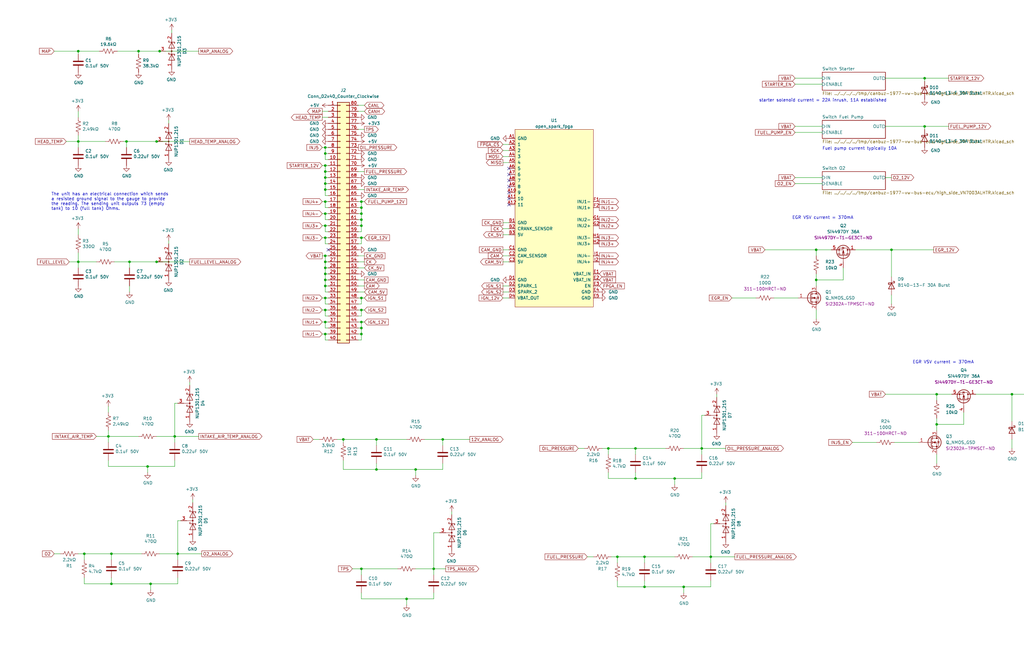
<source format=kicad_sch>
(kicad_sch (version 20230121) (generator eeschema)
  (paper "USLedger")
  (junction (at 152.4 140.97))
  (junction (at 137.16 110.49))
  (junction (at 152.4 92.71))
  (junction (at 45.72 184.15))
  (junction (at 394.97 166.37))
  (junction (at 137.16 77.47))
  (junction (at 137.16 125.73))
  (junction (at 288.29 247.65))
  (junction (at 137.16 72.39))
  (junction (at 74.93 233.68))
  (junction (at 58.42 21.59))
  (junction (at 33.02 59.69))
  (junction (at 182.88 240.03))
  (junction (at 152.4 138.43))
  (junction (at 137.16 140.97))
  (junction (at 344.17 118.11))
  (junction (at 284.48 201.93))
  (junction (at 152.4 90.17))
  (junction (at 46.99 233.68))
  (junction (at 73.66 184.15))
  (junction (at 54.61 110.49))
  (junction (at 394.97 179.07))
  (junction (at 389.89 33.02))
  (junction (at 158.75 198.12))
  (junction (at 152.4 130.81))
  (junction (at 33.02 21.59))
  (junction (at 152.4 135.89))
  (junction (at 137.16 135.89))
  (junction (at 344.17 105.41))
  (junction (at 152.4 240.03))
  (junction (at 137.16 74.93))
  (junction (at 375.92 105.41))
  (junction (at 137.16 120.65))
  (junction (at 158.75 185.42))
  (junction (at 295.91 189.23))
  (junction (at 66.04 59.69))
  (junction (at 152.4 125.73))
  (junction (at 137.16 100.33))
  (junction (at 299.72 234.95))
  (junction (at 152.4 85.09))
  (junction (at 67.31 21.59))
  (junction (at 267.97 201.93))
  (junction (at 66.04 110.49))
  (junction (at 152.4 95.25))
  (junction (at 137.16 95.25))
  (junction (at 175.26 198.12))
  (junction (at 63.5 246.38))
  (junction (at 137.16 62.23))
  (junction (at 267.97 189.23))
  (junction (at 271.78 234.95))
  (junction (at 271.78 247.65))
  (junction (at 426.72 166.37))
  (junction (at 62.23 196.85))
  (junction (at 137.16 80.01))
  (junction (at 137.16 69.85))
  (junction (at 260.35 234.95))
  (junction (at 137.16 64.77))
  (junction (at 152.4 100.33))
  (junction (at 53.34 59.69))
  (junction (at 137.16 118.11))
  (junction (at 137.16 90.17))
  (junction (at 137.16 107.95))
  (junction (at 137.16 130.81))
  (junction (at 171.45 252.73))
  (junction (at 35.56 233.68))
  (junction (at 152.4 87.63))
  (junction (at 46.99 246.38))
  (junction (at 186.69 185.42))
  (junction (at 389.89 53.34))
  (junction (at 256.54 189.23))
  (junction (at 144.78 185.42))
  (junction (at 137.16 85.09))
  (junction (at 33.02 110.49))
  (junction (at 137.16 115.57))
  (junction (at 137.16 113.03))
  (no_connect (at 121.92 -16.51))
  (no_connect (at 138.43 -35.56))
  (no_connect (at 214.63 78.74))
  (no_connect (at 90.17 -27.94))
  (no_connect (at 214.63 83.82))
  (no_connect (at 138.43 105.41))
  (no_connect (at 214.63 73.66))
  (no_connect (at 214.63 71.12))
  (no_connect (at 214.63 81.28))
  (no_connect (at 104.14 -16.51))
  (no_connect (at 214.63 76.2))
  (no_connect (at 214.63 86.36))
  (wire (pts (xy 74.93 219.71) (xy 74.93 233.68)))
  (wire (pts (xy 247.65 234.95) (xy 250.19 234.95)))
  (wire (pts (xy 74.93 233.68) (xy 67.31 233.68)))
  (wire (pts (xy 335.28 53.34) (xy 346.71 53.34)))
  (wire (pts (xy 53.34 59.69) (xy 52.07 59.69)))
  (wire (pts (xy 355.6 118.11) (xy 355.6 113.03)))
  (wire (pts (xy 33.02 110.49) (xy 40.64 110.49)))
  (wire (pts (xy 182.88 224.79) (xy 185.42 224.79)))
  (wire (pts (xy 135.89 130.81) (xy 137.16 130.81)))
  (wire (pts (xy 35.56 233.68) (xy 46.99 233.68)))
  (wire (pts (xy 152.4 133.35) (xy 152.4 130.81)))
  (wire (pts (xy 135.89 49.53) (xy 138.43 49.53)))
  (wire (pts (xy 186.69 187.96) (xy 186.69 185.42)))
  (wire (pts (xy 22.86 21.59) (xy 33.02 21.59)))
  (wire (pts (xy 138.43 102.87) (xy 137.16 102.87)))
  (wire (pts (xy 295.91 189.23) (xy 288.29 189.23)))
  (wire (pts (xy 308.61 125.73) (xy 318.77 125.73)))
  (wire (pts (xy 212.09 120.65) (xy 214.63 120.65)))
  (wire (pts (xy 326.39 125.73) (xy 336.55 125.73)))
  (wire (pts (xy 288.29 247.65) (xy 288.29 250.19)))
  (wire (pts (xy 46.99 233.68) (xy 59.69 233.68)))
  (wire (pts (xy 137.16 123.19) (xy 137.16 120.65)))
  (wire (pts (xy 62.23 196.85) (xy 62.23 199.39)))
  (wire (pts (xy 53.34 62.23) (xy 53.34 59.69)))
  (wire (pts (xy 284.48 201.93) (xy 295.91 201.93)))
  (wire (pts (xy 46.99 233.68) (xy 46.99 236.22)))
  (wire (pts (xy 33.02 59.69) (xy 33.02 62.23)))
  (wire (pts (xy 190.5 215.9) (xy 190.5 217.17)))
  (wire (pts (xy 67.31 21.59) (xy 83.82 21.59)))
  (wire (pts (xy 359.41 186.69) (xy 369.57 186.69)))
  (wire (pts (xy 80.01 161.29) (xy 80.01 162.56)))
  (wire (pts (xy 137.16 100.33) (xy 138.43 100.33)))
  (wire (pts (xy 33.02 59.69) (xy 44.45 59.69)))
  (wire (pts (xy 46.99 246.38) (xy 63.5 246.38)))
  (wire (pts (xy 152.4 138.43) (xy 152.4 140.97)))
  (wire (pts (xy 375.92 105.41) (xy 375.92 116.84)))
  (wire (pts (xy 306.07 189.23) (xy 295.91 189.23)))
  (wire (pts (xy 137.16 113.03) (xy 138.43 113.03)))
  (wire (pts (xy 260.35 234.95) (xy 260.35 237.49)))
  (wire (pts (xy 152.4 135.89) (xy 153.67 135.89)))
  (wire (pts (xy 375.92 124.46) (xy 375.92 128.27)))
  (wire (pts (xy 137.16 138.43) (xy 137.16 135.89)))
  (wire (pts (xy 135.89 95.25) (xy 137.16 95.25)))
  (wire (pts (xy 53.34 59.69) (xy 66.04 59.69)))
  (wire (pts (xy 83.82 184.15) (xy 73.66 184.15)))
  (wire (pts (xy 260.35 245.11) (xy 260.35 247.65)))
  (wire (pts (xy 426.72 185.42) (xy 426.72 189.23)))
  (wire (pts (xy 137.16 130.81) (xy 138.43 130.81)))
  (wire (pts (xy 151.13 92.71) (xy 152.4 92.71)))
  (wire (pts (xy 137.16 95.25) (xy 138.43 95.25)))
  (wire (pts (xy 373.38 74.93) (xy 375.92 74.93)))
  (wire (pts (xy 137.16 74.93) (xy 138.43 74.93)))
  (wire (pts (xy 406.4 179.07) (xy 406.4 173.99)))
  (wire (pts (xy 158.75 198.12) (xy 175.26 198.12)))
  (wire (pts (xy 152.4 125.73) (xy 153.67 125.73)))
  (wire (pts (xy 394.97 166.37) (xy 394.97 168.91)))
  (wire (pts (xy 394.97 166.37) (xy 401.32 166.37)))
  (wire (pts (xy 212.09 110.49) (xy 214.63 110.49)))
  (wire (pts (xy 271.78 234.95) (xy 284.48 234.95)))
  (wire (pts (xy 212.09 63.5) (xy 214.63 63.5)))
  (wire (pts (xy 73.66 170.18) (xy 73.66 184.15)))
  (wire (pts (xy 299.72 237.49) (xy 299.72 234.95)))
  (wire (pts (xy 137.16 69.85) (xy 137.16 72.39)))
  (wire (pts (xy 137.16 97.79) (xy 137.16 95.25)))
  (wire (pts (xy -1.27 -38.1) (xy 2.54 -38.1)))
  (wire (pts (xy 137.16 113.03) (xy 137.16 110.49)))
  (wire (pts (xy 212.09 60.96) (xy 214.63 60.96)))
  (wire (pts (xy 58.42 22.86) (xy 58.42 21.59)))
  (wire (pts (xy 151.13 135.89) (xy 152.4 135.89)))
  (wire (pts (xy 54.61 110.49) (xy 66.04 110.49)))
  (wire (pts (xy 158.75 185.42) (xy 158.75 187.96)))
  (wire (pts (xy 137.16 120.65) (xy 138.43 120.65)))
  (wire (pts (xy -44.45 -43.18) (xy -31.75 -43.18)))
  (wire (pts (xy 182.88 224.79) (xy 182.88 240.03)))
  (wire (pts (xy 373.38 53.34) (xy 389.89 53.34)))
  (wire (pts (xy 137.16 72.39) (xy 137.16 74.93)))
  (wire (pts (xy 151.13 130.81) (xy 152.4 130.81)))
  (wire (pts (xy -1.27 -43.18) (xy 2.54 -43.18)))
  (wire (pts (xy 54.61 123.19) (xy 54.61 120.65)))
  (wire (pts (xy 135.89 46.99) (xy 138.43 46.99)))
  (wire (pts (xy 135.89 125.73) (xy 137.16 125.73)))
  (wire (pts (xy 182.88 240.03) (xy 175.26 240.03)))
  (wire (pts (xy 138.43 138.43) (xy 137.16 138.43)))
  (wire (pts (xy 389.89 53.34) (xy 389.89 54.61)))
  (wire (pts (xy 138.43 -50.8) (xy 140.97 -50.8)))
  (wire (pts (xy 212.09 96.52) (xy 214.63 96.52)))
  (wire (pts (xy 151.13 97.79) (xy 152.4 97.79)))
  (wire (pts (xy 74.93 236.22) (xy 74.93 233.68)))
  (wire (pts (xy 45.72 184.15) (xy 45.72 186.69)))
  (wire (pts (xy 2.54 -43.18) (xy 2.54 -46.99)))
  (wire (pts (xy 33.02 110.49) (xy 33.02 113.03)))
  (wire (pts (xy 271.78 245.11) (xy 271.78 247.65)))
  (wire (pts (xy 175.26 198.12) (xy 175.26 200.66)))
  (wire (pts (xy 394.97 191.77) (xy 394.97 195.58)))
  (wire (pts (xy 152.4 97.79) (xy 152.4 95.25)))
  (wire (pts (xy 135.89 140.97) (xy 137.16 140.97)))
  (wire (pts (xy 153.67 110.49) (xy 151.13 110.49)))
  (wire (pts (xy 394.97 179.07) (xy 394.97 181.61)))
  (wire (pts (xy 346.71 55.88) (xy 335.28 55.88)))
  (wire (pts (xy 306.07 212.09) (xy 306.07 213.36)))
  (wire (pts (xy 137.16 107.95) (xy 138.43 107.95)))
  (wire (pts (xy 40.64 184.15) (xy 45.72 184.15)))
  (wire (pts (xy 151.13 90.17) (xy 152.4 90.17)))
  (wire (pts (xy 335.28 33.02) (xy 346.71 33.02)))
  (wire (pts (xy 389.89 33.02) (xy 389.89 34.29)))
  (wire (pts (xy 187.96 240.03) (xy 182.88 240.03)))
  (wire (pts (xy 137.16 115.57) (xy 137.16 113.03)))
  (wire (pts (xy 138.43 -45.72) (xy 140.97 -45.72)))
  (wire (pts (xy 45.72 173.99) (xy 45.72 171.45)))
  (wire (pts (xy 29.21 110.49) (xy 33.02 110.49)))
  (wire (pts (xy 49.53 21.59) (xy 58.42 21.59)))
  (wire (pts (xy 212.09 99.06) (xy 214.63 99.06)))
  (wire (pts (xy 71.12 101.6) (xy 71.12 102.87)))
  (wire (pts (xy 33.02 110.49) (xy 33.02 106.68)))
  (wire (pts (xy 45.72 181.61) (xy 45.72 184.15)))
  (wire (pts (xy 137.16 64.77) (xy 137.16 62.23)))
  (wire (pts (xy 45.72 196.85) (xy 62.23 196.85)))
  (wire (pts (xy 158.75 195.58) (xy 158.75 198.12)))
  (wire (pts (xy 135.89 69.85) (xy 137.16 69.85)))
  (wire (pts (xy 186.69 185.42) (xy 179.07 185.42)))
  (wire (pts (xy 198.12 185.42) (xy 186.69 185.42)))
  (wire (pts (xy 153.67 46.99) (xy 151.13 46.99)))
  (wire (pts (xy 153.67 44.45) (xy 151.13 44.45)))
  (wire (pts (xy 295.91 201.93) (xy 295.91 199.39)))
  (wire (pts (xy 135.89 107.95) (xy 137.16 107.95)))
  (wire (pts (xy 138.43 92.71) (xy 137.16 92.71)))
  (wire (pts (xy 138.43 -48.26) (xy 140.97 -48.26)))
  (wire (pts (xy 152.4 100.33) (xy 153.67 100.33)))
  (wire (pts (xy 152.4 250.19) (xy 152.4 252.73)))
  (wire (pts (xy 152.4 130.81) (xy 153.67 130.81)))
  (wire (pts (xy 375.92 105.41) (xy 393.7 105.41)))
  (wire (pts (xy 394.97 179.07) (xy 406.4 179.07)))
  (wire (pts (xy 360.68 105.41) (xy 375.92 105.41)))
  (wire (pts (xy 152.4 102.87) (xy 152.4 100.33)))
  (wire (pts (xy 137.16 77.47) (xy 138.43 77.47)))
  (wire (pts (xy 151.13 118.11) (xy 153.67 118.11)))
  (wire (pts (xy 299.72 247.65) (xy 299.72 245.11)))
  (wire (pts (xy 158.75 185.42) (xy 171.45 185.42)))
  (wire (pts (xy 135.89 135.89) (xy 137.16 135.89)))
  (wire (pts (xy 271.78 234.95) (xy 271.78 237.49)))
  (wire (pts (xy 256.54 201.93) (xy 267.97 201.93)))
  (wire (pts (xy 138.43 128.27) (xy 137.16 128.27)))
  (wire (pts (xy 212.09 107.95) (xy 214.63 107.95)))
  (wire (pts (xy 45.72 194.31) (xy 45.72 196.85)))
  (wire (pts (xy 137.16 128.27) (xy 137.16 125.73)))
  (wire (pts (xy 137.16 72.39) (xy 138.43 72.39)))
  (wire (pts (xy 73.66 186.69) (xy 73.66 184.15)))
  (wire (pts (xy 152.4 95.25) (xy 152.4 92.71)))
  (wire (pts (xy 54.61 113.03) (xy 54.61 110.49)))
  (wire (pts (xy 137.16 62.23) (xy 138.43 62.23)))
  (wire (pts (xy 151.13 87.63) (xy 152.4 87.63)))
  (wire (pts (xy 137.16 120.65) (xy 137.16 118.11)))
  (wire (pts (xy 151.13 140.97) (xy 152.4 140.97)))
  (wire (pts (xy 138.43 97.79) (xy 137.16 97.79)))
  (wire (pts (xy 148.59 240.03) (xy 152.4 240.03)))
  (wire (pts (xy 80.01 59.69) (xy 66.04 59.69)))
  (wire (pts (xy 267.97 201.93) (xy 284.48 201.93)))
  (wire (pts (xy 58.42 21.59) (xy 67.31 21.59)))
  (wire (pts (xy 137.16 125.73) (xy 138.43 125.73)))
  (wire (pts (xy 151.13 128.27) (xy 152.4 128.27)))
  (wire (pts (xy 158.75 198.12) (xy 144.78 198.12)))
  (wire (pts (xy 153.67 54.61) (xy 151.13 54.61)))
  (wire (pts (xy 33.02 233.68) (xy 35.56 233.68)))
  (wire (pts (xy 344.17 115.57) (xy 344.17 118.11)))
  (wire (pts (xy 137.16 110.49) (xy 137.16 107.95)))
  (wire (pts (xy 212.09 125.73) (xy 214.63 125.73)))
  (wire (pts (xy 212.09 123.19) (xy 214.63 123.19)))
  (wire (pts (xy 151.13 102.87) (xy 152.4 102.87)))
  (wire (pts (xy 72.39 12.7) (xy 72.39 13.97)))
  (wire (pts (xy 137.16 80.01) (xy 138.43 80.01)))
  (wire (pts (xy 153.67 120.65) (xy 151.13 120.65)))
  (wire (pts (xy 138.43 67.31) (xy 137.16 67.31)))
  (wire (pts (xy 152.4 140.97) (xy 152.4 143.51)))
  (wire (pts (xy 142.24 185.42) (xy 144.78 185.42)))
  (wire (pts (xy 137.16 118.11) (xy 137.16 115.57)))
  (wire (pts (xy 151.13 100.33) (xy 152.4 100.33)))
  (wire (pts (xy 171.45 252.73) (xy 171.45 255.27)))
  (wire (pts (xy 73.66 184.15) (xy 66.04 184.15)))
  (wire (pts (xy 151.13 123.19) (xy 153.67 123.19)))
  (wire (pts (xy 80.01 110.49) (xy 66.04 110.49)))
  (wire (pts (xy 260.35 234.95) (xy 271.78 234.95)))
  (wire (pts (xy 309.88 234.95) (xy 299.72 234.95)))
  (wire (pts (xy 33.02 99.06) (xy 33.02 96.52)))
  (wire (pts (xy 33.02 49.53) (xy 33.02 46.99)))
  (wire (pts (xy 426.72 166.37) (xy 444.5 166.37)))
  (wire (pts (xy 389.89 33.02) (xy 400.05 33.02)))
  (wire (pts (xy 151.13 95.25) (xy 152.4 95.25)))
  (wire (pts (xy 284.48 201.93) (xy 284.48 204.47)))
  (wire (pts (xy 394.97 176.53) (xy 394.97 179.07)))
  (wire (pts (xy 322.58 105.41) (xy 344.17 105.41)))
  (wire (pts (xy 344.17 105.41) (xy 344.17 107.95)))
  (wire (pts (xy 74.93 170.18) (xy 73.66 170.18)))
  (wire (pts (xy 46.99 243.84) (xy 46.99 246.38)))
  (wire (pts (xy 299.72 220.98) (xy 299.72 234.95)))
  (wire (pts (xy 33.02 21.59) (xy 41.91 21.59)))
  (wire (pts (xy 137.16 133.35) (xy 137.16 130.81)))
  (wire (pts (xy 48.26 110.49) (xy 54.61 110.49)))
  (wire (pts (xy 295.91 175.26) (xy 295.91 189.23)))
  (wire (pts (xy 257.81 234.95) (xy 260.35 234.95)))
  (wire (pts (xy 151.13 107.95) (xy 153.67 107.95)))
  (wire (pts (xy 134.62 185.42) (xy 132.08 185.42)))
  (wire (pts (xy 288.29 247.65) (xy 299.72 247.65)))
  (wire (pts (xy 267.97 199.39) (xy 267.97 201.93)))
  (wire (pts (xy 137.16 140.97) (xy 138.43 140.97)))
  (wire (pts (xy 344.17 105.41) (xy 350.52 105.41)))
  (wire (pts (xy 35.56 243.84) (xy 35.56 246.38)))
  (wire (pts (xy 63.5 246.38) (xy 74.93 246.38)))
  (wire (pts (xy 256.54 199.39) (xy 256.54 201.93)))
  (wire (pts (xy 152.4 92.71) (xy 152.4 90.17)))
  (wire (pts (xy 254 189.23) (xy 256.54 189.23)))
  (wire (pts (xy 138.43 133.35) (xy 137.16 133.35)))
  (wire (pts (xy 35.56 246.38) (xy 46.99 246.38)))
  (wire (pts (xy 212.09 66.04) (xy 214.63 66.04)))
  (wire (pts (xy 267.97 189.23) (xy 267.97 191.77)))
  (wire (pts (xy 297.18 175.26) (xy 295.91 175.26)))
  (wire (pts (xy 212.09 93.98) (xy 214.63 93.98)))
  (wire (pts (xy 152.4 85.09) (xy 153.67 85.09)))
  (wire (pts (xy 344.17 118.11) (xy 355.6 118.11)))
  (wire (pts (xy 411.48 166.37) (xy 426.72 166.37)))
  (wire (pts (xy 63.5 246.38) (xy 63.5 248.92)))
  (wire (pts (xy 135.89 62.23) (xy 137.16 62.23)))
  (wire (pts (xy 153.67 80.01) (xy 151.13 80.01)))
  (wire (pts (xy 144.78 185.42) (xy 158.75 185.42)))
  (wire (pts (xy 2.54 -38.1) (xy 2.54 -35.56)))
  (wire (pts (xy 137.16 77.47) (xy 137.16 80.01)))
  (wire (pts (xy 137.16 143.51) (xy 137.16 140.97)))
  (wire (pts (xy 33.02 57.15) (xy 33.02 59.69)))
  (wire (pts (xy 335.28 35.56) (xy 346.71 35.56)))
  (wire (pts (xy 85.09 233.68) (xy 74.93 233.68)))
  (wire (pts (xy 151.13 138.43) (xy 152.4 138.43)))
  (wire (pts (xy 152.4 240.03) (xy 167.64 240.03)))
  (wire (pts (xy 300.99 220.98) (xy 299.72 220.98)))
  (wire (pts (xy 152.4 138.43) (xy 152.4 135.89)))
  (wire (pts (xy 76.2 219.71) (xy 74.93 219.71)))
  (wire (pts (xy 373.38 166.37) (xy 394.97 166.37)))
  (wire (pts (xy 144.78 198.12) (xy 144.78 194.31)))
  (wire (pts (xy 138.43 143.51) (xy 137.16 143.51)))
  (wire (pts (xy 243.84 189.23) (xy 246.38 189.23)))
  (wire (pts (xy 137.16 82.55) (xy 138.43 82.55)))
  (wire (pts (xy 373.38 33.02) (xy 389.89 33.02)))
  (wire (pts (xy 138.43 87.63) (xy 137.16 87.63)))
  (wire (pts (xy 137.16 115.57) (xy 138.43 115.57)))
  (wire (pts (xy 151.13 143.51) (xy 152.4 143.51)))
  (wire (pts (xy 377.19 186.69) (xy 387.35 186.69)))
  (wire (pts (xy 135.89 85.09) (xy 137.16 85.09)))
  (wire (pts (xy 153.67 72.39) (xy 151.13 72.39)))
  (wire (pts (xy 152.4 240.03) (xy 152.4 242.57)))
  (wire (pts (xy 45.72 184.15) (xy 58.42 184.15)))
  (wire (pts (xy 137.16 110.49) (xy 138.43 110.49)))
  (wire (pts (xy 137.16 87.63) (xy 137.16 85.09)))
  (wire (pts (xy 137.16 90.17) (xy 138.43 90.17)))
  (wire (pts (xy 295.91 191.77) (xy 295.91 189.23)))
  (wire (pts (xy 302.26 166.37) (xy 302.26 167.64)))
  (wire (pts (xy 299.72 234.95) (xy 292.1 234.95)))
  (wire (pts (xy 344.17 130.81) (xy 344.17 134.62)))
  (wire (pts (xy 74.93 246.38) (xy 74.93 243.84)))
  (wire (pts (xy 212.09 68.58) (xy 214.63 68.58)))
  (wire (pts (xy 137.16 118.11) (xy 138.43 118.11)))
  (wire (pts (xy 175.26 198.12) (xy 186.69 198.12)))
  (wire (pts (xy 389.89 53.34) (xy 400.05 53.34)))
  (wire (pts (xy 256.54 189.23) (xy 267.97 189.23)))
  (wire (pts (xy 135.89 90.17) (xy 137.16 90.17)))
  (wire (pts (xy 256.54 189.23) (xy 256.54 191.77)))
  (wire (pts (xy 212.09 105.41) (xy 214.63 105.41)))
  (wire (pts (xy 152.4 90.17) (xy 152.4 87.63)))
  (wire (pts (xy 137.16 74.93) (xy 137.16 77.47)))
  (wire (pts (xy 171.45 252.73) (xy 182.88 252.73)))
  (wire (pts (xy 71.12 50.8) (xy 71.12 52.07)))
  (wire (pts (xy 27.94 59.69) (xy 33.02 59.69)))
  (wire (pts (xy 267.97 189.23) (xy 280.67 189.23)))
  (wire (pts (xy 137.16 135.89) (xy 138.43 135.89)))
  (wire (pts (xy 137.16 85.09) (xy 138.43 85.09)))
  (wire (pts (xy 335.28 74.93) (xy 346.71 74.93)))
  (wire (pts (xy 137.16 64.77) (xy 138.43 64.77)))
  (wire (pts (xy 152.4 252.73) (xy 171.45 252.73)))
  (wire (pts (xy 152.4 85.09) (xy 151.13 85.09)))
  (wire (pts (xy 81.28 210.82) (xy 81.28 212.09)))
  (wire (pts (xy 151.13 113.03) (xy 153.67 113.03)))
  (wire (pts (xy 151.13 125.73) (xy 152.4 125.73)))
  (wire (pts (xy 186.69 198.12) (xy 186.69 195.58)))
  (wire (pts (xy 137.16 80.01) (xy 137.16 82.55)))
  (wire (pts (xy 346.71 77.47) (xy 335.28 77.47)))
  (wire (pts (xy 135.89 100.33) (xy 137.16 100.33)))
  (wire (pts (xy 62.23 196.85) (xy 73.66 196.85)))
  (wire (pts (xy 271.78 247.65) (xy 288.29 247.65)))
  (wire (pts (xy 182.88 242.57) (xy 182.88 240.03)))
  (wire (pts (xy 426.72 166.37) (xy 426.72 177.8)))
  (wire (pts (xy 151.13 133.35) (xy 152.4 133.35)))
  (wire (pts (xy 138.43 69.85) (xy 137.16 69.85)))
  (wire (pts (xy 73.66 196.85) (xy 73.66 194.31)))
  (wire (pts (xy 22.86 233.68) (xy 25.4 233.68)))
  (wire (pts (xy 182.88 252.73) (xy 182.88 250.19)))
  (wire (pts (xy 260.35 247.65) (xy 271.78 247.65)))
  (wire (pts (xy 137.16 67.31) (xy 137.16 64.77)))
  (wire (pts (xy 144.78 185.42) (xy 144.78 186.69)))
  (wire (pts (xy 137.16 102.87) (xy 137.16 100.33)))
  (wire (pts (xy 152.4 87.63) (xy 152.4 85.09)))
  (wire (pts (xy 35.56 233.68) (xy 35.56 236.22)))
  (wire (pts (xy 138.43 123.19) (xy 137.16 123.19)))
  (wire (pts (xy 33.02 21.59) (xy 33.02 22.86)))
  (wire (pts (xy 152.4 128.27) (xy 152.4 125.73)))
  (wire (pts (xy 137.16 92.71) (xy 137.16 90.17)))
  (wire (pts (xy 344.17 118.11) (xy 344.17 120.65)))
  (text "EGR VSV current = 370mA" (at 334.01 92.71 0) (effects (font (size 1.27 1.27)) (justify left bottom)))
  (text "EGR VSV current = 370mA" (at 384.81 153.67 0) (effects (font (size 1.27 1.27)) (justify left bottom)))
  (text "The unit has an electrical connection which sends\na resisted ground signal to the gauge to provide\nthe reading. The sending unit outputs 73 (empty\ntank) to 10 (full tank) Ohms." (at 21.59 88.9 0) (effects (font (size 1.27 1.27)) (justify left bottom)))
  (text "starter solenoid current = 22A inrush, 11A established\n" (at 320.04 43.18 0) (effects (font (size 1.27 1.27)) (justify left bottom)))
  (text "Fuel pump current typically 10A" (at 346.71 63.5 0) (effects (font (size 1.27 1.27)) (justify left bottom)))
  (global_label "INJ3+" (shape input) (at 135.89 95.25 180) (property "Intersheetrefs" "${INTERSHEET_REFS}" (effects hide)))
  (global_label "MISO" (shape output) (at 212.09 68.58 180) (property "Intersheetrefs" "${INTERSHEET_REFS}" (effects hide)))
  (global_label "CK_5V" (shape output) (at 212.09 99.06 180) (property "Intersheetrefs" "${INTERSHEET_REFS}" (effects hide)))
  (global_label "INTAKE_AIR_TEMP_ANALOG" (shape output) (at 83.82 184.15 0) (property "Intersheetrefs" "${INTERSHEET_REFS}" (effects hide)))
  (global_label "INJ5_EN" (shape output) (at 111.76 -63.5 90) (property "Intersheetrefs" "${INTERSHEET_REFS}" (effects hide)))
  (global_label "HEAD_TEMP_ANALOG" (shape output) (at 80.01 59.69 0) (property "Intersheetrefs" "${INTERSHEET_REFS}" (effects hide)))
  (global_label "VBAT" (shape input) (at 335.28 33.02 180) (property "Intersheetrefs" "${INTERSHEET_REFS}" (effects hide)))
  (global_label "VBAT" (shape input) (at 252.73 118.11 0) (property "Intersheetrefs" "${INTERSHEET_REFS}" (effects hide)))
  (global_label "O2_12V" (shape input) (at 162.56 -100.33 0) (property "Intersheetrefs" "${INTERSHEET_REFS}" (effects hide)))
  (global_label "TPS_ANALOG" (shape input) (at 124.46 -63.5 90) (property "Intersheetrefs" "${INTERSHEET_REFS}" (effects hide)))
  (global_label "FUEL_PUMP_12V" (shape output) (at 400.05 53.34 0) (property "Intersheetrefs" "${INTERSHEET_REFS}" (effects hide)))
  (global_label "O2_EN" (shape output) (at 116.84 -16.51 270) (property "Intersheetrefs" "${INTERSHEET_REFS}" (effects hide)))
  (global_label "O2_ANALOG" (shape input) (at 121.92 -63.5 90) (property "Intersheetrefs" "${INTERSHEET_REFS}" (effects hide)))
  (global_label "HEAD_TEMP" (shape input) (at 27.94 59.69 180) (property "Intersheetrefs" "${INTERSHEET_REFS}" (effects hide)))
  (global_label "CK" (shape output) (at 153.67 110.49 0) (property "Intersheetrefs" "${INTERSHEET_REFS}" (effects hide)))
  (global_label "VBAT" (shape output) (at 135.89 107.95 180) (property "Intersheetrefs" "${INTERSHEET_REFS}" (effects hide)))
  (global_label "OIL_PRESSURE_ANALOG" (shape output) (at 306.07 189.23 0) (property "Intersheetrefs" "${INTERSHEET_REFS}" (effects hide)))
  (global_label "STARTER_12V" (shape output) (at 400.05 33.02 0) (property "Intersheetrefs" "${INTERSHEET_REFS}" (effects hide)))
  (global_label "~{FPGA_CS}" (shape input) (at 212.09 60.96 180) (property "Intersheetrefs" "${INTERSHEET_REFS}" (effects hide)))
  (global_label "EGR_EN" (shape output) (at 138.43 -33.02 0) (property "Intersheetrefs" "${INTERSHEET_REFS}" (effects hide)))
  (global_label "CK_GND" (shape passive) (at 212.09 93.98 180) (property "Intersheetrefs" "${INTERSHEET_REFS}" (effects hide)))
  (global_label "SCK" (shape input) (at 212.09 63.5 180) (property "Intersheetrefs" "${INTERSHEET_REFS}" (effects hide)))
  (global_label "CANL" (shape bidirectional) (at 124.46 -16.51 270) (property "Intersheetrefs" "${INTERSHEET_REFS}" (effects hide)))
  (global_label "VBAT" (shape input) (at 335.28 74.93 180) (property "Intersheetrefs" "${INTERSHEET_REFS}" (effects hide)))
  (global_label "INJ2+" (shape output) (at 252.73 95.25 0) (property "Intersheetrefs" "${INTERSHEET_REFS}" (effects hide)))
  (global_label "EGR_12V" (shape output) (at 393.7 105.41 0) (property "Intersheetrefs" "${INTERSHEET_REFS}" (effects hide)))
  (global_label "VBAT" (shape input) (at 252.73 115.57 0) (property "Intersheetrefs" "${INTERSHEET_REFS}" (effects hide)))
  (global_label "TPS" (shape input) (at 148.59 240.03 180) (property "Intersheetrefs" "${INTERSHEET_REFS}" (effects hide)))
  (global_label "INJ5" (shape input) (at 135.89 62.23 180) (property "Intersheetrefs" "${INTERSHEET_REFS}" (effects hide)))
  (global_label "O2" (shape input) (at 22.86 233.68 180) (property "Intersheetrefs" "${INTERSHEET_REFS}" (effects hide)))
  (global_label "INJ1-" (shape input) (at 135.89 140.97 180) (property "Intersheetrefs" "${INTERSHEET_REFS}" (effects hide)))
  (global_label "12V_ANALOG" (shape input) (at 138.43 -38.1 0) (property "Intersheetrefs" "${INTERSHEET_REFS}" (effects hide)))
  (global_label "INJ3-" (shape output) (at 252.73 100.33 0) (property "Intersheetrefs" "${INTERSHEET_REFS}" (effects hide)))
  (global_label "INJ5_EN" (shape input) (at 359.41 186.69 180) (property "Intersheetrefs" "${INTERSHEET_REFS}" (effects hide)))
  (global_label "CAM_GND" (shape passive) (at 212.09 105.41 180) (property "Intersheetrefs" "${INTERSHEET_REFS}" (effects hide)))
  (global_label "EGR_EN" (shape input) (at 308.61 125.73 180) (property "Intersheetrefs" "${INTERSHEET_REFS}" (effects hide)))
  (global_label "INJ1+" (shape output) (at 252.73 87.63 0) (property "Intersheetrefs" "${INTERSHEET_REFS}" (effects hide)))
  (global_label "TPS_ANALOG" (shape output) (at 187.96 240.03 0) (property "Intersheetrefs" "${INTERSHEET_REFS}" (effects hide)))
  (global_label "MAP" (shape input) (at 22.86 21.59 180) (property "Intersheetrefs" "${INTERSHEET_REFS}" (effects hide)))
  (global_label "FPGA_EN" (shape input) (at 252.73 120.65 0) (property "Intersheetrefs" "${INTERSHEET_REFS}" (effects hide)))
  (global_label "~{FPGA_CS}" (shape output) (at 106.68 -16.51 270) (property "Intersheetrefs" "${INTERSHEET_REFS}" (effects hide)))
  (global_label "CAM" (shape input) (at 212.09 107.95 180) (property "Intersheetrefs" "${INTERSHEET_REFS}" (effects hide)))
  (global_label "IGN_S1" (shape output) (at 212.09 120.65 180) (property "Intersheetrefs" "${INTERSHEET_REFS}" (effects hide)))
  (global_label "INJ2-" (shape output) (at 252.73 92.71 0) (property "Intersheetrefs" "${INTERSHEET_REFS}" (effects hide)))
  (global_label "12V_ANALOG" (shape output) (at 198.12 185.42 0) (property "Intersheetrefs" "${INTERSHEET_REFS}" (effects hide)))
  (global_label "INJ1+" (shape input) (at 135.89 135.89 180) (property "Intersheetrefs" "${INTERSHEET_REFS}" (effects hide)))
  (global_label "SCK" (shape output) (at 109.22 -16.51 270) (property "Intersheetrefs" "${INTERSHEET_REFS}" (effects hide)))
  (global_label "CAM_GND" (shape passive) (at 153.67 118.11 0) (property "Intersheetrefs" "${INTERSHEET_REFS}" (effects hide)))
  (global_label "O2" (shape output) (at 162.56 -92.71 0) (property "Intersheetrefs" "${INTERSHEET_REFS}" (effects hide)))
  (global_label "OIL_PRESSURE" (shape input) (at 243.84 189.23 180) (property "Intersheetrefs" "${INTERSHEET_REFS}" (effects hide)))
  (global_label "FUEL_PRESSURE" (shape output) (at 153.67 72.39 0) (property "Intersheetrefs" "${INTERSHEET_REFS}" (effects hide)))
  (global_label "CANH" (shape bidirectional) (at 153.67 46.99 0) (property "Intersheetrefs" "${INTERSHEET_REFS}" (effects hide)))
  (global_label "VBAT" (shape input) (at 335.28 53.34 180) (property "Intersheetrefs" "${INTERSHEET_REFS}" (effects hide)))
  (global_label "INJ3+" (shape output) (at 252.73 102.87 0) (property "Intersheetrefs" "${INTERSHEET_REFS}" (effects hide)))
  (global_label "CAM_5V" (shape output) (at 212.09 110.49 180) (property "Intersheetrefs" "${INTERSHEET_REFS}" (effects hide)))
  (global_label "CAM" (shape output) (at 153.67 120.65 0) (property "Intersheetrefs" "${INTERSHEET_REFS}" (effects hide)))
  (global_label "FUEL_LEVEL" (shape output) (at 162.56 -86.36 0) (property "Intersheetrefs" "${INTERSHEET_REFS}" (effects hide)))
  (global_label "EGR_12V" (shape input) (at 153.67 100.33 0) (property "Intersheetrefs" "${INTERSHEET_REFS}" (effects hide)))
  (global_label "IGN_S2" (shape input) (at 153.67 130.81 0) (property "Intersheetrefs" "${INTERSHEET_REFS}" (effects hide)))
  (global_label "INJ4+" (shape input) (at 135.89 85.09 180) (property "Intersheetrefs" "${INTERSHEET_REFS}" (effects hide)))
  (global_label "O2_12V" (shape output) (at 375.92 74.93 0) (property "Intersheetrefs" "${INTERSHEET_REFS}" (effects hide)))
  (global_label "STARTER_12V" (shape input) (at 135.89 69.85 180) (property "Intersheetrefs" "${INTERSHEET_REFS}" (effects hide)))
  (global_label "IGN_12V" (shape input) (at 212.09 125.73 180) (property "Intersheetrefs" "${INTERSHEET_REFS}" (effects hide)))
  (global_label "INTAKE_AIR_TEMP" (shape output) (at 153.67 80.01 0) (property "Intersheetrefs" "${INTERSHEET_REFS}" (effects hide)))
  (global_label "INJ4+" (shape output) (at 252.73 110.49 0) (property "Intersheetrefs" "${INTERSHEET_REFS}" (effects hide)))
  (global_label "INJ4-" (shape output) (at 252.73 107.95 0) (property "Intersheetrefs" "${INTERSHEET_REFS}" (effects hide)))
  (global_label "MAP" (shape output) (at 135.89 46.99 180) (property "Intersheetrefs" "${INTERSHEET_REFS}" (effects hide)))
  (global_label "O2_ANALOG" (shape output) (at 85.09 233.68 0) (property "Intersheetrefs" "${INTERSHEET_REFS}" (effects hide)))
  (global_label "CANH" (shape bidirectional) (at 127 -16.51 270) (property "Intersheetrefs" "${INTERSHEET_REFS}" (effects hide)))
  (global_label "IGN_S2" (shape output) (at 212.09 123.19 180) (property "Intersheetrefs" "${INTERSHEET_REFS}" (effects hide)))
  (global_label "CK_GND" (shape passive) (at 153.67 107.95 0) (property "Intersheetrefs" "${INTERSHEET_REFS}" (effects hide)))
  (global_label "OIL_PRESSURE" (shape output) (at 151.13 62.23 0) (property "Intersheetrefs" "${INTERSHEET_REFS}" (effects hide)))
  (global_label "CANL" (shape bidirectional) (at 153.67 44.45 0) (property "Intersheetrefs" "${INTERSHEET_REFS}" (effects hide)))
  (global_label "CK" (shape input) (at 212.09 96.52 180) (property "Intersheetrefs" "${INTERSHEET_REFS}" (effects hide)))
  (global_label "INJ4-" (shape input) (at 135.89 90.17 180) (property "Intersheetrefs" "${INTERSHEET_REFS}" (effects hide)))
  (global_label "FUEL_PRESSURE_ANALOG" (shape input) (at 138.43 -40.64 0) (property "Intersheetrefs" "${INTERSHEET_REFS}" (effects hide)))
  (global_label "FUEL_PRESSURE" (shape input) (at 247.65 234.95 180) (property "Intersheetrefs" "${INTERSHEET_REFS}" (effects hide)))
  (global_label "INJ2-" (shape input) (at 135.89 130.81 180) (property "Intersheetrefs" "${INTERSHEET_REFS}" (effects hide)))
  (global_label "STARTER_EN" (shape output) (at 109.22 -63.5 90) (property "Intersheetrefs" "${INTERSHEET_REFS}" (effects hide)))
  (global_label "INJ2+" (shape input) (at 135.89 125.73 180) (property "Intersheetrefs" "${INTERSHEET_REFS}" (effects hide)))
  (global_label "VBAT" (shape input) (at 132.08 185.42 180) (property "Intersheetrefs" "${INTERSHEET_REFS}" (effects hide)))
  (global_label "INTAKE_AIR_TEMP" (shape input) (at 40.64 184.15 180) (property "Intersheetrefs" "${INTERSHEET_REFS}" (effects hide)))
  (global_label "CK_5V" (shape input) (at 153.67 113.03 0) (property "Intersheetrefs" "${INTERSHEET_REFS}" (effects hide)))
  (global_label "OIL_PRESSURE_ANALOG" (shape input) (at 127 -63.5 90) (property "Intersheetrefs" "${INTERSHEET_REFS}" (effects hide)))
  (global_label "MOSI" (shape input) (at 212.09 66.04 180) (property "Intersheetrefs" "${INTERSHEET_REFS}" (effects hide)))
  (global_label "FUEL_PUMP_12V" (shape input) (at 153.67 85.09 0) (property "Intersheetrefs" "${INTERSHEET_REFS}" (effects hide)))
  (global_label "O2_EN" (shape input) (at 335.28 77.47 180) (property "Intersheetrefs" "${INTERSHEET_REFS}" (effects hide)))
  (global_label "FUEL_LEVEL" (shape input) (at 29.21 110.49 180) (property "Intersheetrefs" "${INTERSHEET_REFS}" (effects hide)))
  (global_label "CAM_5V" (shape input) (at 153.67 123.19 0) (property "Intersheetrefs" "${INTERSHEET_REFS}" (effects hide)))
  (global_label "FUEL_LEVEL_ANALOG" (shape output) (at 80.01 110.49 0) (property "Intersheetrefs" "${INTERSHEET_REFS}" (effects hide)))
  (global_label "VBAT" (shape input) (at 373.38 166.37 180) (property "Intersheetrefs" "${INTERSHEET_REFS}" (effects hide)))
  (global_label "VBAT" (shape input) (at 322.58 105.41 180) (property "Intersheetrefs" "${INTERSHEET_REFS}" (effects hide)))
  (global_label "IGN_S1" (shape input) (at 153.67 125.73 0) (property "Intersheetrefs" "${INTERSHEET_REFS}" (effects hide)))
  (global_label "INTAKE_AIR_TEMP_ANALOG" (shape input) (at 138.43 -43.18 0) (property "Intersheetrefs" "${INTERSHEET_REFS}" (effects hide)))
  (global_label "VBAT" (shape input) (at -44.45 -43.18 180) (property "Intersheetrefs" "${INTERSHEET_REFS}" (effects hide)))
  (global_label "FUEL_LEVEL_ANALOG" (shape input) (at 114.3 -63.5 90) (property "Intersheetrefs" "${INTERSHEET_REFS}" (effects hide)))
  (global_label "STARTER_EN" (shape input) (at 335.28 35.56 180) (property "Intersheetrefs" "${INTERSHEET_REFS}" (effects hide)))
  (global_label "MISO" (shape input) (at 111.76 -16.51 270) (property "Intersheetrefs" "${INTERSHEET_REFS}" (effects hide)))
  (global_label "FUEL_PRESSURE_ANALOG" (shape output) (at 309.88 234.95 0) (property "Intersheetrefs" "${INTERSHEET_REFS}" (effects hide)))
  (global_label "FPGA_EN" (shape output) (at 119.38 -16.51 270) (property "Intersheetrefs" "${INTERSHEET_REFS}" (effects hide)))
  (global_label "INJ1-" (shape output) (at 252.73 85.09 0) (property "Intersheetrefs" "${INTERSHEET_REFS}" (effects hide)))
  (global_label "INJ5" (shape output) (at 444.5 166.37 0) (property "Intersheetrefs" "${INTERSHEET_REFS}" (effects hide)))
  (global_label "INJ3-" (shape input) (at 135.89 100.33 180) (property "Intersheetrefs" "${INTERSHEET_REFS}" (effects hide)))
  (global_label "FUEL_PUMP_EN" (shape input) (at 335.28 55.88 180) (property "Intersheetrefs" "${INTERSHEET_REFS}" (effects hide)))
  (global_label "TPS" (shape output) (at 153.67 54.61 0) (property "Intersheetrefs" "${INTERSHEET_REFS}" (effects hide)))
  (global_label "HEAD_TEMP" (shape output) (at 135.89 49.53 180) (property "Intersheetrefs" "${INTERSHEET_REFS}" (effects hide)))
  (global_label "MOSI" (shape output) (at 114.3 -16.51 270) (property "Intersheetrefs" "${INTERSHEET_REFS}" (effects hide)))
  (global_label "MAP_ANALOG" (shape input) (at 116.84 -63.5 90) (property "Intersheetrefs" "${INTERSHEET_REFS}" (effects hide)))
  (global_label "HEAD_TEMP_ANALOG" (shape input) (at 119.38 -63.5 90) (property "Intersheetrefs" "${INTERSHEET_REFS}" (effects hide)))
  (global_label "IGN_12V" (shape input) (at 153.67 135.89 0) (property "Intersheetrefs" "${INTERSHEET_REFS}" (effects hide)))
  (global_label "MAP_ANALOG" (shape output) (at 83.82 21.59 0) (property "Intersheetrefs" "${INTERSHEET_REFS}" (effects hide)))
  (global_label "FUEL_PUMP_EN" (shape output) (at 138.43 -30.48 0) (property "Intersheetrefs" "${INTERSHEET_REFS}" (effects hide)))
  (symbol (lib_id "Device:R_US") (at 45.72 177.8 180) (unit 1)
    (property "Reference" "R7" (at 47.4472 176.6316 0) (effects (justify right)))
    (property "Value" "2.49kΩ" (at 47.4472 178.943 0) (effects (justify right)))
    (property "Footprint" "Resistor_SMD:R_0603_1608Metric_Pad0.98x0.95mm_HandSolder" (effects hide))
    (property "Part" "RK73H1JTTD2491F" (effects hide))
  )
  (symbol (lib_id "power:GND") (at 389.89 62.23 0) (unit 1)
    (property "Reference" "#PWR064" (effects hide))
    (property "Value" "GND" (at 392.43 63.4999 0) (effects (justify left)))
  )
  (symbol (lib_id "open_spark_carrier-rescue:D_Schottky_x2_Serial_AKC-Device") (at 80.01 170.18 270) (mirror x) (unit 1)
    (property "Reference" "D4" (at 85.4964 170.18 0))
    (property "Value" "NUP1301,215" (at 83.185 170.18 0))
    (property "Footprint" "Package_TO_SOT_SMD:SOT-23" (effects hide))
    (property "Datasheet" "https://assets.nexperia.com/documents/data-sheet/NUP1301.pdf" (effects hide))
    (property "DigiKey" "1727-5056-1-ND" (effects hide))
    (property "Part" "NUP1301,215" (effects hide))
  )
  (symbol (lib_id "power:GND") (at 162.56 -104.14 90) (mirror x) (unit 1)
    (property "Reference" "#PWR044" (effects hide))
    (property "Value" "GND" (at 165.8112 -104.013 90) (effects (justify right)))
  )
  (symbol (lib_id "power:+3V3") (at 33.02 96.52 0) (mirror y) (unit 1)
    (property "Reference" "#PWR06" (effects hide))
    (property "Value" "+3V3" (at 32.639 92.1258 0))
  )
  (symbol (lib_id "power:+5V") (at 138.43 44.45 90) (unit 1)
    (property "Reference" "#PWR024" (effects hide))
    (property "Value" "+5V" (at 134.62 44.4499 90) (effects (justify left)))
  )
  (symbol (lib_id "power:GND") (at 138.43 54.61 270) (unit 1)
    (property "Reference" "#PWR026" (effects hide))
    (property "Value" "GND" (at 134.62 54.6099 90) (effects (justify right)))
  )
  (symbol (lib_id "power:GND") (at 190.5 232.41 0) (mirror y) (unit 1)
    (property "Reference" "#PWR050" (effects hide))
    (property "Value" "GND" (at 190.373 236.8042 0))
  )
  (symbol (lib_id "power:GND") (at 81.28 227.33 0) (mirror y) (unit 1)
    (property "Reference" "#PWR023" (effects hide))
    (property "Value" "GND" (at 81.153 231.7242 0))
  )
  (symbol (lib_id "open_spark_carrier-rescue:D_Schottky_x2_Serial_AKC-Device") (at 71.12 59.69 270) (mirror x) (unit 1)
    (property "Reference" "D1" (at 76.6064 59.69 0))
    (property "Value" "NUP1301,215" (at 74.295 59.69 0))
    (property "Footprint" "Package_TO_SOT_SMD:SOT-23" (effects hide))
    (property "Datasheet" "https://assets.nexperia.com/documents/data-sheet/NUP1301.pdf" (effects hide))
    (property "DigiKey" "1727-5056-1-ND" (effects hide))
    (property "Part" "NUP1301,215" (effects hide))
  )
  (symbol (lib_id "Device:R_US") (at 48.26 59.69 270) (unit 1)
    (property "Reference" "R8" (at 48.26 52.1462 90))
    (property "Value" "470Ω" (at 48.26 54.4576 90))
    (property "Footprint" "Resistor_SMD:R_0603_1608Metric_Pad0.98x0.95mm_HandSolder" (effects hide))
    (property "Part" "RC0603JR-07470RL" (effects hide))
  )
  (symbol (lib_id "Device:R_US") (at 35.56 240.03 180) (unit 1)
    (property "Reference" "R4" (at 37.2872 238.8616 0) (effects (justify right)))
    (property "Value" "4.7kΩ" (at 37.2872 241.173 0) (effects (justify right)))
    (property "Footprint" "Resistor_SMD:R_0603_1608Metric_Pad0.98x0.95mm_HandSolder" (effects hide))
    (property "Part" "RC0603FR-074K7L" (effects hide))
  )
  (symbol (lib_id "power:+3V3") (at 80.01 161.29 0) (mirror y) (unit 1)
    (property "Reference" "#PWR020" (effects hide))
    (property "Value" "+3V3" (at 79.629 156.8958 0))
  )
  (symbol (lib_id "Device:R_US") (at 44.45 110.49 270) (unit 1)
    (property "Reference" "R5" (at 44.45 102.9462 90))
    (property "Value" "470Ω" (at 44.45 105.2576 90))
    (property "Footprint" "Resistor_SMD:R_0603_1608Metric_Pad0.98x0.95mm_HandSolder" (effects hide))
    (property "Part" "RC0603JR-07470RL" (effects hide))
  )
  (symbol (lib_id "power:GND") (at 151.13 49.53 90) (unit 1)
    (property "Reference" "#PWR032" (effects hide))
    (property "Value" "GND" (at 154.94 49.5299 90) (effects (justify right)))
  )
  (symbol (lib_id "power:GND") (at 33.02 30.48 0) (unit 1)
    (property "Reference" "#PWR03" (effects hide))
    (property "Value" "GND" (at 33.147 34.8742 0))
  )
  (symbol (lib_id "power:GND") (at 151.13 67.31 90) (unit 1)
    (property "Reference" "#PWR037" (effects hide))
    (property "Value" "GND" (at 154.94 67.3099 90) (effects (justify right)))
  )
  (symbol (lib_id "Device:R_US") (at 373.38 186.69 90) (unit 1)
    (property "Reference" "R24" (at 373.38 177.8 90))
    (property "Value" "100Ω" (at 373.38 180.34 90))
    (property "Footprint" "Resistor_SMD:R_0603_1608Metric_Pad0.98x0.95mm_HandSolder" (effects hide))
    (property "DigiKey" "311-100HRCT-ND" (at 373.38 182.88 90))
    (property "Part" "RC0603FR-07100RL" (effects hide))
  )
  (symbol (lib_id "power:GND") (at 389.89 41.91 0) (unit 1)
    (property "Reference" "#PWR063" (effects hide))
    (property "Value" "GND" (at 392.43 43.1799 0) (effects (justify left)))
  )
  (symbol (lib_id "Connector:Conn_01x01_Male") (at 157.48 -86.36 0) (unit 1)
    (property "Reference" "A5" (at 158.115 -87.63 0))
    (property "Value" "Spade_Male" (effects hide))
    (property "Footprint" "Connector_Spade:Spade_Male" (effects hide))
  )
  (symbol (lib_id "open_spark_carrier-rescue:D_Schottky_x2_Serial_AKC-Device") (at 190.5 224.79 270) (mirror x) (unit 1)
    (property "Reference" "D6" (at 195.9864 224.79 0))
    (property "Value" "NUP1301,215" (at 193.675 224.79 0))
    (property "Footprint" "Package_TO_SOT_SMD:SOT-23" (effects hide))
    (property "Datasheet" "https://assets.nexperia.com/documents/data-sheet/NUP1301.pdf" (effects hide))
    (property "DigiKey" "1727-5056-1-ND" (effects hide))
    (property "Part" "NUP1301,215" (effects hide))
  )
  (symbol (lib_id "Device:R_US") (at 58.42 26.67 0) (unit 1)
    (property "Reference" "R9" (at 60.1472 25.5016 0) (effects (justify left)))
    (property "Value" "38.3kΩ" (at 60.1472 27.813 0) (effects (justify left)))
    (property "Footprint" "Resistor_SMD:R_0603_1608Metric_Pad0.98x0.95mm_HandSolder" (effects hide))
    (property "Part" "RC0603FR-0738K3L" (effects hide))
  )
  (symbol (lib_id "Device:R_US") (at 175.26 185.42 270) (unit 1)
    (property "Reference" "R15" (at 175.26 177.8762 90))
    (property "Value" "470Ω" (at 175.26 180.1876 90))
    (property "Footprint" "Resistor_SMD:R_0603_1608Metric_Pad0.98x0.95mm_HandSolder" (effects hide))
    (property "Part" "RC0603JR-07470RL" (effects hide))
  )
  (symbol (lib_id "Device:Q_NMOS_GSD") (at 341.63 125.73 0) (unit 1)
    (property "Reference" "Q1" (at 347.98 123.1899 0) (effects (justify left)))
    (property "Value" "Q_NMOS_GSD" (at 347.98 125.7299 0) (effects (justify left)))
    (property "Footprint" "Package_TO_SOT_SMD:SOT-23" (effects hide))
    (property "Datasheet" "https://www.mccsemi.com/pdf/Products/SI2302A(SOT-23).pdf" (effects hide))
    (property "DigiKey" "SI2302A-TPMSCT-ND" (at 347.98 128.2699 0) (effects (justify left)))
    (property "Part" "SI2302A-TP" (effects hide))
  )
  (symbol (lib_id "power:GND") (at 151.13 57.15 90) (unit 1)
    (property "Reference" "#PWR034" (effects hide))
    (property "Value" "GND" (at 154.94 57.1499 90) (effects (justify right)))
  )
  (symbol (lib_id "power:+3V3") (at 140.97 -45.72 270) (unit 1)
    (property "Reference" "#PWR031" (effects hide))
    (property "Value" "+3V3" (at 144.2212 -45.339 90) (effects (justify left)))
  )
  (symbol (lib_id "power:+5V") (at 151.13 69.85 270) (unit 1)
    (property "Reference" "#PWR038" (effects hide))
    (property "Value" "+5V" (at 154.94 69.8499 90) (effects (justify left)))
  )
  (symbol (lib_id "power:+5V") (at 2.54 -46.99 0) (unit 1)
    (property "Reference" "#PWR01" (effects hide))
    (property "Value" "+5V" (at 2.921 -51.3842 0))
  )
  (symbol (lib_id "open_spark_carrier-rescue:D_Schottky_x2_Serial_AKC-Device") (at 306.07 220.98 270) (mirror x) (unit 1)
    (property "Reference" "D8" (at 311.5564 220.98 0))
    (property "Value" "NUP1301,215" (at 309.245 220.98 0))
    (property "Footprint" "Package_TO_SOT_SMD:SOT-23" (effects hide))
    (property "Datasheet" "https://assets.nexperia.com/documents/data-sheet/NUP1301.pdf" (effects hide))
    (property "DigiKey" "1727-5056-1-ND" (effects hide))
    (property "Part" "NUP1301,215" (effects hide))
  )
  (symbol (lib_id "Device:C") (at 267.97 195.58 0) (unit 1)
    (property "Reference" "C14" (at 270.891 193.2686 0) (effects (justify left)))
    (property "Value" "0.1uF 50V" (at 270.891 195.58 0) (effects (justify left)))
    (property "Footprint" "Capacitor_SMD:C_0805_2012Metric_Pad1.18x1.45mm_HandSolder" (effects hide))
    (property "DigiKey" "478-6048-1-ND" (effects hide))
    (property "Part" "KAF21BR71H104KT" (effects hide))
  )
  (symbol (lib_id "Device:R_US") (at 260.35 241.3 180) (unit 1)
    (property "Reference" "R19" (at 262.0772 240.1316 0) (effects (justify right)))
    (property "Value" "4.7kΩ" (at 262.0772 242.443 0) (effects (justify right)))
    (property "Footprint" "Resistor_SMD:R_0603_1608Metric_Pad0.98x0.95mm_HandSolder" (effects hide))
    (property "Part" "RC0603FR-074K7L" (effects hide))
  )
  (symbol (lib_id "power:+3V3") (at 71.12 101.6 0) (mirror y) (unit 1)
    (property "Reference" "#PWR016" (effects hide))
    (property "Value" "+3V3" (at 70.739 97.2058 0))
  )
  (symbol (lib_id "power:GND") (at 151.13 77.47 90) (unit 1)
    (property "Reference" "#PWR040" (effects hide))
    (property "Value" "GND" (at 154.94 77.4699 90) (effects (justify right)))
  )
  (symbol (lib_id "Device:R_US") (at 45.72 21.59 270) (unit 1)
    (property "Reference" "R6" (at 45.72 16.383 90))
    (property "Value" "19.6kΩ" (at 45.72 18.6944 90))
    (property "Footprint" "Resistor_SMD:R_0603_1608Metric_Pad0.98x0.95mm_HandSolder" (effects hide))
    (property "Part" "RC0603FR-0719K6L" (effects hide))
  )
  (symbol (lib_id "power:+3V3") (at 81.28 210.82 0) (mirror y) (unit 1)
    (property "Reference" "#PWR022" (effects hide))
    (property "Value" "+3V3" (at 80.899 206.4258 0))
  )
  (symbol (lib_id "power:GND") (at 151.13 82.55 90) (unit 1)
    (property "Reference" "#PWR041" (effects hide))
    (property "Value" "GND" (at 154.94 82.5499 90) (effects (justify right)))
  )
  (symbol (lib_id "Device:C") (at 295.91 195.58 0) (unit 1)
    (property "Reference" "C16" (at 298.831 193.2686 0) (effects (justify left)))
    (property "Value" "0.22uF 50V" (at 298.831 195.58 0) (effects (justify left)))
    (property "Footprint" "Capacitor_SMD:C_0805_2012Metric_Pad1.18x1.45mm_HandSolder" (effects hide))
    (property "DigiKey" "445-5683-1-ND" (effects hide))
    (property "Part" "CGA4J2X7R1H224K125AA" (effects hide))
  )
  (symbol (lib_id "Device:C") (at 33.02 66.04 0) (unit 1)
    (property "Reference" "C2" (at 35.941 63.7286 0) (effects (justify left)))
    (property "Value" "0.1uF 50V" (at 35.941 66.04 0) (effects (justify left)))
    (property "Footprint" "Capacitor_SMD:C_0805_2012Metric_Pad1.18x1.45mm_HandSolder" (effects hide))
    (property "DigiKey" "478-6048-1-ND" (effects hide))
    (property "Part" "KAF21BR71H104KT" (effects hide))
  )
  (symbol (lib_id "power:+5V") (at 151.13 59.69 270) (unit 1)
    (property "Reference" "#PWR035" (effects hide))
    (property "Value" "+5V" (at 154.94 59.6899 90) (effects (justify left)))
  )
  (symbol (lib_id "power:GND") (at 151.13 64.77 90) (unit 1)
    (property "Reference" "#PWR036" (effects hide))
    (property "Value" "GND" (at 154.94 64.7699 90) (effects (justify right)))
  )
  (symbol (lib_id "Device:C") (at 33.02 116.84 0) (unit 1)
    (property "Reference" "C3" (at 35.941 114.5286 0) (effects (justify left)))
    (property "Value" "0.1uF 50V" (at 35.941 116.84 0) (effects (justify left)))
    (property "Footprint" "Capacitor_SMD:C_0805_2012Metric_Pad1.18x1.45mm_HandSolder" (effects hide))
    (property "DigiKey" "478-6048-1-ND" (effects hide))
    (property "Part" "KAF21BR71H104KT" (effects hide))
  )
  (symbol (lib_id "Device:D_Schottky") (at 389.89 38.1 270) (unit 1)
    (property "Reference" "D10" (at 391.8966 36.9316 90) (effects (justify left)))
    (property "Value" "B140-13-F 30A Burst" (at 391.8966 39.243 90) (effects (justify left)))
    (property "Footprint" "Diode_SMD:D_SMA" (effects hide))
    (property "Datasheet" "https://www.diodes.com/assets/Datasheets/B120_B-B160_B.pdf" (effects hide))
    (property "Part" "B340A-13-F" (effects hide))
  )
  (symbol (lib_id "power:+3V3") (at 151.13 52.07 270) (unit 1)
    (property "Reference" "#PWR033" (effects hide))
    (property "Value" "+3V3" (at 154.94 52.0699 90) (effects (justify left)))
  )
  (symbol (lib_id "power:+3V3") (at 190.5 215.9 0) (mirror y) (unit 1)
    (property "Reference" "#PWR049" (effects hide))
    (property "Value" "+3V3" (at 190.119 211.5058 0))
  )
  (symbol (lib_id "power:GND") (at 394.97 195.58 0) (unit 1)
    (property "Reference" "#PWR065" (effects hide))
    (property "Value" "GND" (at 395.097 199.9742 0))
  )
  (symbol (lib_id "Device:R_US") (at 62.23 184.15 270) (unit 1)
    (property "Reference" "R10" (at 62.23 176.6062 90))
    (property "Value" "470Ω" (at 62.23 178.9176 90))
    (property "Footprint" "Resistor_SMD:R_0603_1608Metric_Pad0.98x0.95mm_HandSolder" (effects hide))
    (property "Part" "RC0603JR-07470RL" (effects hide))
  )
  (symbol (lib_id "Device:C") (at 186.69 191.77 0) (unit 1)
    (property "Reference" "C13" (at 189.611 189.4586 0) (effects (justify left)))
    (property "Value" "0.22uF 50V" (at 189.611 191.77 0) (effects (justify left)))
    (property "Footprint" "Capacitor_SMD:C_0805_2012Metric_Pad1.18x1.45mm_HandSolder" (effects hide))
    (property "DigiKey" "445-5683-1-ND" (effects hide))
    (property "Part" "CGA4J2X7R1H224K125AA" (effects hide))
  )
  (symbol (lib_id "open_spark_carrier-rescue:D_Schottky_x2_Serial_AKC-Device") (at 302.26 175.26 270) (mirror x) (unit 1)
    (property "Reference" "D7" (at 307.7464 175.26 0))
    (property "Value" "NUP1301,215" (at 305.435 175.26 0))
    (property "Footprint" "Package_TO_SOT_SMD:SOT-23" (effects hide))
    (property "Datasheet" "https://assets.nexperia.com/documents/data-sheet/NUP1301.pdf" (effects hide))
    (property "DigiKey" "1727-5056-1-ND" (effects hide))
    (property "Part" "NUP1301,215" (effects hide))
  )
  (symbol (lib_id "power:GND") (at 151.13 74.93 90) (unit 1)
    (property "Reference" "#PWR039" (effects hide))
    (property "Value" "GND" (at 154.94 74.9299 90) (effects (justify right)))
  )
  (symbol (lib_id "power:+3V3") (at 306.07 212.09 0) (mirror y) (unit 1)
    (property "Reference" "#PWR059" (effects hide))
    (property "Value" "+3V3" (at 305.689 207.6958 0))
  )
  (symbol (lib_id "Device:R_US") (at 322.58 125.73 90) (unit 1)
    (property "Reference" "R22" (at 322.58 116.84 90))
    (property "Value" "100Ω" (at 322.58 119.38 90))
    (property "Footprint" "Resistor_SMD:R_0603_1608Metric_Pad0.98x0.95mm_HandSolder" (effects hide))
    (property "DigiKey" "311-100HRCT-ND" (at 322.58 121.92 90))
    (property "Part" "RC0603FR-07100RL" (effects hide))
  )
  (symbol (lib_id "power:GND") (at 162.56 -96.52 90) (mirror x) (unit 1)
    (property "Reference" "#PWR045" (effects hide))
    (property "Value" "GND" (at 165.8112 -96.393 90) (effects (justify right)))
  )
  (symbol (lib_id "Device:C") (at 46.99 240.03 0) (unit 1)
    (property "Reference" "C5" (at 49.911 237.7186 0) (effects (justify left)))
    (property "Value" "0.1uF 50V" (at 49.911 240.03 0) (effects (justify left)))
    (property "Footprint" "Capacitor_SMD:C_0805_2012Metric_Pad1.18x1.45mm_HandSolder" (effects hide))
    (property "DigiKey" "478-6048-1-ND" (effects hide))
    (property "Part" "KAF21BR71H104KT" (effects hide))
  )
  (symbol (lib_id "open_spark_carrier-rescue:D_Schottky_x2_Serial_AKC-Device") (at 81.28 219.71 270) (mirror x) (unit 1)
    (property "Reference" "D5" (at 86.7664 219.71 0))
    (property "Value" "NUP1301,215" (at 84.455 219.71 0))
    (property "Footprint" "Package_TO_SOT_SMD:SOT-23" (effects hide))
    (property "Datasheet" "https://assets.nexperia.com/documents/data-sheet/NUP1301.pdf" (effects hide))
    (property "DigiKey" "1727-5056-1-ND" (effects hide))
    (property "Part" "NUP1301,215" (effects hide))
  )
  (symbol (lib_id "power:GND") (at 80.01 177.8 0) (mirror y) (unit 1)
    (property "Reference" "#PWR021" (effects hide))
    (property "Value" "GND" (at 79.883 182.1942 0))
  )
  (symbol (lib_id "power:+3V3") (at 72.39 12.7 0) (mirror y) (unit 1)
    (property "Reference" "#PWR018" (effects hide))
    (property "Value" "+3V3" (at 72.009 8.3058 0))
  )
  (symbol (lib_id "power:+3V3") (at 45.72 171.45 0) (mirror y) (unit 1)
    (property "Reference" "#PWR08" (effects hide))
    (property "Value" "+3V3" (at 45.339 167.0558 0))
  )
  (symbol (lib_id "Device:R_US") (at 33.02 102.87 180) (unit 1)
    (property "Reference" "R3" (at 34.7472 101.7016 0) (effects (justify right)))
    (property "Value" "330Ω" (at 34.7472 104.013 0) (effects (justify right)))
    (property "Footprint" "Resistor_SMD:R_0603_1608Metric_Pad0.98x0.95mm_HandSolder" (effects hide))
  )
  (symbol (lib_id "power:GND") (at 2.54 -35.56 0) (unit 1)
    (property "Reference" "#PWR02" (effects hide))
    (property "Value" "GND" (at 2.667 -31.1658 0))
  )
  (symbol (lib_id "Connector:Conn_01x01_Male") (at 157.48 -92.71 0) (unit 1)
    (property "Reference" "A4" (at 158.115 -93.98 0))
    (property "Value" "Spade_Male" (effects hide))
    (property "Footprint" "Connector_Spade:Spade_Male" (effects hide))
  )
  (symbol (lib_id "Device:R_US") (at 29.21 233.68 90) (unit 1)
    (property "Reference" "R1" (at 29.21 238.76 90))
    (property "Value" "2.2kΩ" (at 29.21 236.22 90))
    (property "Footprint" "Resistor_SMD:R_0603_1608Metric_Pad0.98x0.95mm_HandSolder" (effects hide))
    (property "Part" "ERJ-3GEYJ222V" (effects hide))
  )
  (symbol (lib_id "Device:C") (at 182.88 246.38 0) (unit 1)
    (property "Reference" "C12" (at 185.801 244.0686 0) (effects (justify left)))
    (property "Value" "0.22uF 50V" (at 185.801 246.38 0) (effects (justify left)))
    (property "Footprint" "Capacitor_SMD:C_0805_2012Metric_Pad1.18x1.45mm_HandSolder" (effects hide))
    (property "DigiKey" "445-5683-1-ND" (effects hide))
    (property "Part" "CGA4J2X7R1H224K125AA" (effects hide))
  )
  (symbol (lib_id "Connector:Conn_01x01_Male") (at 157.48 -104.14 0) (unit 1)
    (property "Reference" "A1" (at 158.115 -105.41 0))
    (property "Value" "Spade_Male" (effects hide))
    (property "Footprint" "Connector_Spade:Spade_Male" (effects hide))
  )
  (symbol (lib_id "power:GND") (at 252.73 125.73 90) (unit 1)
    (property "Reference" "#PWR054" (effects hide))
    (property "Value" "GND" (at 256.54 125.7299 90) (effects (justify right)))
  )
  (symbol (lib_id "Device:D_Schottky") (at 375.92 120.65 270) (unit 1)
    (property "Reference" "D9" (at 378.46 117.7924 90) (effects (justify left)))
    (property "Value" "B140-13-F 30A Burst" (at 378.46 120.3324 90) (effects (justify left)))
    (property "Footprint" "Diode_SMD:D_SMA" (effects hide))
    (property "Datasheet" "https://www.smc-diodes.com/propdf/SK520B%20N0952%20REV.A.pdf" (effects hide))
    (property "Part" "B340A-13-F" (effects hide))
  )
  (symbol (lib_id "power:+3V3") (at 71.12 50.8 0) (mirror y) (unit 1)
    (property "Reference" "#PWR014" (effects hide))
    (property "Value" "+3V3" (at 70.739 46.4058 0))
  )
  (symbol (lib_id "Device:R_US") (at 138.43 185.42 90) (unit 1)
    (property "Reference" "R12" (at 138.43 190.5 90))
    (property "Value" "3.9kΩ" (at 138.43 187.96 90))
    (property "Footprint" "Resistor_SMD:R_0603_1608Metric_Pad0.98x0.95mm_HandSolder" (effects hide))
    (property "Part" "RC0603FR-073K9L" (effects hide))
  )
  (symbol (lib_id "Device:C") (at 299.72 241.3 0) (unit 1)
    (property "Reference" "C17" (at 302.641 238.9886 0) (effects (justify left)))
    (property "Value" "0.22uF 50V" (at 302.641 241.3 0) (effects (justify left)))
    (property "Footprint" "Capacitor_SMD:C_0805_2012Metric_Pad1.18x1.45mm_HandSolder" (effects hide))
    (property "DigiKey" "445-5683-1-ND" (effects hide))
    (property "Part" "CGA4J2X7R1H224K125AA" (effects hide))
  )
  (symbol (lib_id "Device:R_US") (at 344.17 111.76 180) (unit 1)
    (property "Reference" "R23" (at 347.98 110.4899 0) (effects (justify right)))
    (property "Value" "10kΩ" (at 347.98 113.0299 0) (effects (justify right)))
    (property "Footprint" "Resistor_SMD:R_0603_1608Metric_Pad0.98x0.95mm_HandSolder" (effects hide))
    (property "Part" "RC0603FR-0710KL" (effects hide))
  )
  (symbol (lib_id "power:GND") (at 302.26 182.88 0) (mirror y) (unit 1)
    (property "Reference" "#PWR058" (effects hide))
    (property "Value" "GND" (at 302.133 187.2742 0))
  )
  (symbol (lib_id "power:GND") (at 426.72 189.23 0) (unit 1)
    (property "Reference" "#PWR066" (effects hide))
    (property "Value" "GND" (at 426.847 193.6242 0))
  )
  (symbol (lib_id "power:GND") (at 175.26 200.66 0) (unit 1)
    (property "Reference" "#PWR048" (effects hide))
    (property "Value" "GND" (at 175.387 205.0542 0))
  )
  (symbol (lib_id "Device:R_US") (at 394.97 172.72 180) (unit 1)
    (property "Reference" "R25" (at 398.78 171.4499 0) (effects (justify right)))
    (property "Value" "10kΩ" (at 398.78 173.9899 0) (effects (justify right)))
    (property "Footprint" "Resistor_SMD:R_0603_1608Metric_Pad0.98x0.95mm_HandSolder" (effects hide))
    (property "Part" "RC0603FR-0710KL" (effects hide))
  )
  (symbol (lib_id "Device:D_Schottky") (at 389.89 58.42 270) (unit 1)
    (property "Reference" "D11" (at 391.8966 57.2516 90) (effects (justify left)))
    (property "Value" "B140-13-F 30A Burst" (at 391.8966 59.563 90) (effects (justify left)))
    (property "Footprint" "Diode_SMD:D_SMA" (effects hide))
    (property "Datasheet" "https://www.mouser.com/datasheet/2/427/v30100s-1768237.pdf" (effects hide))
    (property "Part" "B340A-13-F" (effects hide))
  )
  (symbol (lib_id "power:GND") (at 71.12 118.11 0) (mirror y) (unit 1)
    (property "Reference" "#PWR017" (effects hide))
    (property "Value" "GND" (at 70.993 122.5042 0))
  )
  (symbol (lib_id "power:GND") (at 63.5 248.92 0) (unit 1)
    (property "Reference" "#PWR013" (effects hide))
    (property "Value" "GND" (at 63.627 253.3142 0))
  )
  (symbol (lib_id "power:+5V") (at 140.97 -50.8 270) (unit 1)
    (property "Reference" "#PWR029" (effects hide))
    (property "Value" "+5V" (at 144.2212 -50.419 90) (effects (justify left)))
  )
  (symbol (lib_id "Device:C") (at 45.72 190.5 0) (unit 1)
    (property "Reference" "C4" (at 48.641 188.1886 0) (effects (justify left)))
    (property "Value" "0.1uF 50V" (at 48.641 190.5 0) (effects (justify left)))
    (property "Footprint" "Capacitor_SMD:C_0805_2012Metric_Pad1.18x1.45mm_HandSolder" (effects hide))
    (property "DigiKey" "478-6048-1-ND" (effects hide))
    (property "Part" "KAF21BR71H104KT" (effects hide))
  )
  (symbol (lib_id "power:GND") (at 214.63 58.42 270) (unit 1)
    (property "Reference" "#PWR051" (effects hide))
    (property "Value" "GND" (at 210.82 58.4199 90) (effects (justify right)))
  )
  (symbol (lib_id "Device:C") (at 271.78 241.3 0) (unit 1)
    (property "Reference" "C15" (at 274.701 238.9886 0) (effects (justify left)))
    (property "Value" "0.1uF 50V" (at 274.701 241.3 0) (effects (justify left)))
    (property "Footprint" "Capacitor_SMD:C_0805_2012Metric_Pad1.18x1.45mm_HandSolder" (effects hide))
    (property "DigiKey" "478-6048-1-ND" (effects hide))
    (property "Part" "KAF21BR71H104KT" (effects hide))
  )
  (symbol (lib_id "power:GND") (at 284.48 204.47 0) (unit 1)
    (property "Reference" "#PWR055" (effects hide))
    (property "Value" "GND" (at 284.607 208.8642 0))
  )
  (symbol (lib_id "Device:C") (at 152.4 246.38 0) (unit 1)
    (property "Reference" "C10" (at 155.321 244.0686 0) (effects (justify left)))
    (property "Value" "0.1uF 50V" (at 155.321 246.38 0) (effects (justify left)))
    (property "Footprint" "Capacitor_SMD:C_0805_2012Metric_Pad1.18x1.45mm_HandSolder" (effects hide))
    (property "DigiKey" "478-6048-1-ND" (effects hide))
    (property "Part" "KAF21BR71H104KT" (effects hide))
  )
  (symbol (lib_id "power:GND") (at 162.56 -82.55 90) (mirror x) (unit 1)
    (property "Reference" "#PWR046" (effects hide))
    (property "Value" "GND" (at 165.8112 -82.423 90) (effects (justify right)))
  )
  (symbol (lib_id "power:GND") (at 62.23 199.39 0) (unit 1)
    (property "Reference" "#PWR012" (effects hide))
    (property "Value" "GND" (at 62.357 203.7842 0))
  )
  (symbol (lib_id "power:+3V3") (at 33.02 46.99 0) (mirror y) (unit 1)
    (property "Reference" "#PWR04" (effects hide))
    (property "Value" "+3V3" (at 32.639 42.5958 0))
  )
  (symbol (lib_id "Device:R_US") (at 144.78 190.5 180) (unit 1)
    (property "Reference" "R13" (at 149.86 190.5 90))
    (property "Value" "1kΩ" (at 147.32 190.5 90))
    (property "Footprint" "Resistor_SMD:R_0603_1608Metric_Pad0.98x0.95mm_HandSolder" (effects hide))
    (property "Part" "RC0603FR-071KL" (effects hide))
  )
  (symbol (lib_id "power:GND") (at 33.02 69.85 0) (unit 1)
    (property "Reference" "#PWR05" (effects hide))
    (property "Value" "GND" (at 33.147 74.2442 0))
  )
  (symbol (lib_id "Device:C") (at 73.66 190.5 0) (unit 1)
    (property "Reference" "C8" (at 76.581 188.1886 0) (effects (justify left)))
    (property "Value" "0.22uF 50V" (at 76.581 190.5 0) (effects (justify left)))
    (property "Footprint" "Capacitor_SMD:C_0805_2012Metric_Pad1.18x1.45mm_HandSolder" (effects hide))
    (property "DigiKey" "445-5683-1-ND" (effects hide))
    (property "Part" "CGA4J2X7R1H224K125AA" (effects hide))
  )
  (symbol (lib_id "Device:R_US") (at 33.02 53.34 180) (unit 1)
    (property "Reference" "R2" (at 34.7472 52.1716 0) (effects (justify right)))
    (property "Value" "2.49kΩ" (at 34.7472 54.483 0) (effects (justify right)))
    (property "Footprint" "Resistor_SMD:R_0603_1608Metric_Pad0.98x0.95mm_HandSolder" (effects hide))
    (property "Part" "RK73H1JTTD2491F" (effects hide))
  )
  (symbol (lib_id "Connector_Generic:Conn_02x40_Counter_Clockwise") (at 143.51 92.71 0) (unit 1)
    (property "Reference" "J2" (at 144.78 38.1 0))
    (property "Value" "Conn_02x40_Counter_Clockwise" (at 144.78 40.64 0))
    (property "Footprint" "footprints:canbuz-1977-vw-bus-ecu-connector" (effects hide))
  )
  (symbol (lib_id "power:GND") (at 140.97 -48.26 90) (unit 1)
    (property "Reference" "#PWR030" (effects hide))
    (property "Value" "GND" (at 144.2212 -48.387 90) (effects (justify right)))
  )
  (symbol (lib_id "Device:R_US") (at 250.19 189.23 90) (unit 1)
    (property "Reference" "R16" (at 250.19 194.31 90))
    (property "Value" "2.2kΩ" (at 250.19 191.77 90))
    (property "Footprint" "Resistor_SMD:R_0603_1608Metric_Pad0.98x0.95mm_HandSolder" (effects hide))
    (property "Part" "ERJ-3GEYJ222V" (effects hide))
  )
  (symbol (lib_id "open_spark_carrier-rescue:D_Schottky_x2_Serial_AKC-Device") (at 72.39 21.59 270) (mirror x) (unit 1)
    (property "Reference" "D3" (at 77.8764 21.59 0))
    (property "Value" "NUP1301,215" (at 75.565 21.59 0))
    (property "Footprint" "Package_TO_SOT_SMD:SOT-23" (effects hide))
    (property "Datasheet" "https://assets.nexperia.com/documents/data-sheet/NUP1301.pdf" (effects hide))
    (property "DigiKey" "1727-5056-1-ND" (effects hide))
    (property "Part" "NUP1301,215" (effects hide))
  )
  (symbol (lib_id "power:GND") (at 214.63 118.11 270) (unit 1)
    (property "Reference" "#PWR052" (effects hide))
    (property "Value" "GND" (at 210.82 118.1099 90) (effects (justify right)))
  )
  (symbol (lib_id "Device:C") (at 74.93 240.03 0) (unit 1)
    (property "Reference" "C9" (at 77.851 237.7186 0) (effects (justify left)))
    (property "Value" "0.22uF 50V" (at 77.851 240.03 0) (effects (justify left)))
    (property "Footprint" "Capacitor_SMD:C_0805_2012Metric_Pad1.18x1.45mm_HandSolder" (effects hide))
    (property "DigiKey" "445-5683-1-ND" (effects hide))
    (property "Part" "CGA4J2X7R1H224K125AA" (effects hide))
  )
  (symbol (lib_id "Device:D_Schottky") (at 426.72 181.61 270) (unit 1)
    (property "Reference" "D12" (at 429.26 178.7524 90) (effects (justify left)))
    (property "Value" "B140-13-F 30A Burst" (at 429.26 181.2924 90) (effects (justify left)))
    (property "Footprint" "Diode_SMD:D_SMA" (effects hide))
    (property "Datasheet" "https://www.smc-diodes.com/propdf/SK520B%20N0952%20REV.A.pdf" (effects hide))
    (property "Part" "B340A-13-F" (effects hide))
  )
  (symbol (lib_id "power:GND") (at 306.07 228.6 0) (mirror y) (unit 1)
    (property "Reference" "#PWR060" (effects hide))
    (property "Value" "GND" (at 305.943 232.9942 0))
  )
  (symbol (lib_id "open_spark_carrier:open_spark_fpga") (at 233.68 90.17 0) (unit 1)
    (property "Reference" "U1" (at 233.68 50.8 0))
    (property "Value" "open_spark_fpga" (at 233.68 53.34 0))
    (property "Footprint" "footprints:open_spark_fpga" (effects hide))
  )
  (symbol (lib_id "Connector:Conn_01x01_Male") (at 157.48 -100.33 0) (unit 1)
    (property "Reference" "A2" (at 158.115 -101.6 0))
    (property "Value" "Spade_Male" (effects hide))
    (property "Footprint" "Connector_Spade:Spade_Male" (effects hide))
  )
  (symbol (lib_id "Device:Q_PMOS_GSD") (at 355.6 107.95 270) (mirror x) (unit 1)
    (property "Reference" "Q2" (at 355.6 95.25 90))
    (property "Value" "Si4497DY 36A" (at 355.6 97.79 90))
    (property "Footprint" "Package_SO:SO-8_3.9x4.9mm_P1.27mm" (effects hide))
    (property "Datasheet" "https://www.vishay.com/docs/65748/si4497dy.pdf" (effects hide))
    (property "DigiKey" "SI4497DY-T1-GE3CT-ND" (at 355.6 100.33 90))
    (property "Part" "SI4497DY-T1-GE3" (effects hide))
  )
  (symbol (lib_id "power:GND") (at 58.42 30.48 0) (unit 1)
    (property "Reference" "#PWR011" (effects hide))
    (property "Value" "GND" (at 58.547 34.8742 0))
  )
  (symbol (lib_id "power:GND") (at 72.39 29.21 0) (mirror y) (unit 1)
    (property "Reference" "#PWR019" (effects hide))
    (property "Value" "GND" (at 72.263 33.6042 0))
  )
  (symbol (lib_id "power:GND") (at 53.34 69.85 0) (unit 1)
    (property "Reference" "#PWR09" (effects hide))
    (property "Value" "GND" (at 53.467 74.2442 0))
  )
  (symbol (lib_id "Connector:Conn_01x01_Male") (at 157.48 -96.52 0) (unit 1)
    (property "Reference" "A3" (at 158.115 -97.79 0))
    (property "Value" "Spade_Male" (effects hide))
    (property "Footprint" "Connector_Spade:Spade_Male" (effects hide))
  )
  (symbol (lib_id "Device:R_US") (at 171.45 240.03 270) (unit 1)
    (property "Reference" "R14" (at 171.45 232.4862 90))
    (property "Value" "470Ω" (at 171.45 234.7976 90))
    (property "Footprint" "Resistor_SMD:R_0603_1608Metric_Pad0.98x0.95mm_HandSolder" (effects hide))
    (property "Part" "RC0603JR-07470RL" (effects hide))
  )
  (symbol (lib_id "power:GND") (at 33.02 120.65 0) (unit 1)
    (property "Reference" "#PWR07" (effects hide))
    (property "Value" "GND" (at 33.147 125.0442 0))
  )
  (symbol (lib_id "power:GND") (at 151.13 105.41 90) (unit 1)
    (property "Reference" "#PWR042" (effects hide))
    (property "Value" "GND" (at 154.94 105.4099 90) (effects (justify right)))
  )
  (symbol (lib_id "Device:C") (at 33.02 26.67 0) (unit 1)
    (property "Reference" "C1" (at 35.941 25.5016 0) (effects (justify left)))
    (property "Value" "0.1uF 50V" (at 35.941 27.813 0) (effects (justify left)))
    (property "Footprint" "Capacitor_SMD:C_0805_2012Metric_Pad1.18x1.45mm_HandSolder" (effects hide))
    (property "DigiKey" "478-6048-1-ND" (effects hide))
    (property "Part" "KAF21BR71H104KT" (effects hide))
  )
  (symbol (lib_id "power:GND") (at 71.12 67.31 0) (mirror y) (unit 1)
    (property "Reference" "#PWR015" (effects hide))
    (property "Value" "GND" (at 70.993 71.7042 0))
  )
  (symbol (lib_id "power:GND") (at 151.13 115.57 90) (unit 1)
    (property "Reference" "#PWR043" (effects hide))
    (property "Value" "GND" (at 154.94 115.5699 90) (effects (justify right)))
  )
  (symbol (lib_id "Device:R_US") (at 63.5 233.68 270) (unit 1)
    (property "Reference" "R11" (at 63.5 226.1362 90))
    (property "Value" "470Ω" (at 63.5 228.4476 90))
    (property "Footprint" "Resistor_SMD:R_0603_1608Metric_Pad0.98x0.95mm_HandSolder" (effects hide))
    (property "Part" "RC0603JR-07470RL" (effects hide))
  )
  (symbol (lib_id "Device:Q_NMOS_GSD") (at 392.43 186.69 0) (unit 1)
    (property "Reference" "Q3" (at 398.78 184.1499 0) (effects (justify left)))
    (property "Value" "Q_NMOS_GSD" (at 398.78 186.6899 0) (effects (justify left)))
    (property "Footprint" "Package_TO_SOT_SMD:SOT-23" (effects hide))
    (property "Datasheet" "https://www.mccsemi.com/pdf/Products/SI2302A(SOT-23).pdf" (effects hide))
    (property "DigiKey" "SI2302A-TPMSCT-ND" (at 398.78 189.2299 0) (effects (justify left)))
    (property "Part" "SI2302A-TP" (effects hide))
  )
  (symbol (lib_id "power:GND") (at 138.43 57.15 270) (unit 1)
    (property "Reference" "#PWR027" (effects hide))
    (property "Value" "GND" (at 134.62 57.1499 90) (effects (justify right)))
  )
  (symbol (lib_id "power:GND") (at 138.43 59.69 270) (unit 1)
    (property "Reference" "#PWR028" (effects hide))
    (property "Value" "GND" (at 134.62 59.6899 90) (effects (justify right)))
  )
  (symbol (lib_id "power:GND") (at 54.61 123.19 0) (unit 1)
    (property "Reference" "#PWR010" (effects hide))
    (property "Value" "GND" (at 54.737 127.5842 0))
  )
  (symbol (lib_id "power:+3V3") (at 302.26 166.37 0) (mirror y) (unit 1)
    (property "Reference" "#PWR057" (effects hide))
    (property "Value" "+3V3" (at 301.879 161.9758 0))
  )
  (symbol (lib_id "Device:R_US") (at 254 234.95 90) (unit 1)
    (property "Reference" "R17" (at 254 240.03 90))
    (property "Value" "2.2kΩ" (at 254 237.49 90))
    (property "Footprint" "Resistor_SMD:R_0603_1608Metric_Pad0.98x0.95mm_HandSolder" (effects hide))
    (property "Part" "ERJ-3GEYJ222V" (effects hide))
  )
  (symbol (lib_id "Connector:Conn_01x01_Male") (at 157.48 -82.55 0) (unit 1)
    (property "Reference" "A6" (at 158.115 -83.82 0))
    (property "Value" "Spade_Male" (effects hide))
    (property "Footprint" "Connector_Spade:Spade_Male" (effects hide))
  )
  (symbol (lib_id "open_spark_carrier:TSR_2-2450") (at -16.51 -40.64 0) (unit 1)
    (property "Reference" "PS1" (at -16.51 -49.9618 0))
    (property "Value" "TSR_2-2450" (at -16.51 -47.6504 0))
    (property "Footprint" "footprints:CONV_TSR_2-2450" (effects hide))
    (property "Datasheet" "https://www.tracopower.com/products/tsr2.pdf" (effects hide))
    (property "DigiKey" "1951-2692-ND" (effects hide))
    (property "Part" "TSR 2-2450" (effects hide))
  )
  (symbol (lib_id "Device:C") (at 53.34 66.04 0) (unit 1)
    (property "Reference" "C6" (at 56.261 63.7286 0) (effects (justify left)))
    (property "Value" "0.22uF 50V" (at 56.261 66.04 0) (effects (justify left)))
    (property "Footprint" "Capacitor_SMD:C_0805_2012Metric_Pad1.18x1.45mm_HandSolder" (effects hide))
    (property "DigiKey" "445-5683-1-ND" (effects hide))
    (property "Part" "CGA4J2X7R1H224K125AA" (effects hide))
  )
  (symbol (lib_id "power:GND") (at 171.45 255.27 0) (unit 1)
    (property "Reference" "#PWR047" (effects hide))
    (property "Value" "GND" (at 171.577 259.6642 0))
  )
  (symbol (lib_id "power:GND") (at 344.17 134.62 0) (unit 1)
    (property "Reference" "#PWR061" (effects hide))
    (property "Value" "GND" (at 344.297 139.0142 0))
  )
  (symbol (lib_id "power:GND") (at 252.73 123.19 90) (unit 1)
    (property "Reference" "#PWR053" (effects hide))
    (property "Value" "GND" (at 256.54 123.1899 90) (effects (justify right)))
  )
  (symbol (lib_id "Device:C") (at 54.61 116.84 0) (unit 1)
    (property "Reference" "C7" (at 57.531 114.5286 0) (effects (justify left)))
    (property "Value" "0.22uF 50V" (at 57.531 116.84 0) (effects (justify left)))
    (property "Footprint" "Capacitor_SMD:C_0805_2012Metric_Pad1.18x1.45mm_HandSolder" (effects hide))
    (property "DigiKey" "445-5683-1-ND" (effects hide))
    (property "Part" "CGA4J2X7R1H224K125AA" (effects hide))
  )
  (symbol (lib_id "Device:R_US") (at 256.54 195.58 180) (unit 1)
    (property "Reference" "R18" (at 258.2672 194.4116 0) (effects (justify right)))
    (property "Value" "4.7kΩ" (at 258.2672 196.723 0) (effects (justify right)))
    (property "Footprint" "Resistor_SMD:R_0603_1608Metric_Pad0.98x0.95mm_HandSolder" (effects hide))
    (property "Part" "RC0603FR-074K7L" (effects hide))
  )
  (symbol (lib_id "power:GND") (at 138.43 52.07 270) (unit 1)
    (property "Reference" "#PWR025" (effects hide))
    (property "Value" "GND" (at 134.62 52.0699 90) (effects (justify right)))
  )
  (symbol (lib_id "open_spark_carrier-rescue:D_Schottky_x2_Serial_AKC-Device") (at 71.12 110.49 270) (mirror x) (unit 1)
    (property "Reference" "D2" (at 76.6064 110.49 0))
    (property "Value" "NUP1301,215" (at 74.295 110.49 0))
    (property "Footprint" "Package_TO_SOT_SMD:SOT-23" (effects hide))
    (property "Datasheet" "https://assets.nexperia.com/documents/data-sheet/NUP1301.pdf" (effects hide))
    (property "DigiKey" "1727-5056-1-ND" (effects hide))
    (property "Part" "NUP1301,215" (effects hide))
  )
  (symbol (lib_id "power:GND") (at 288.29 250.19 0) (unit 1)
    (property "Reference" "#PWR056" (effects hide))
    (property "Value" "GND" (at 288.417 254.5842 0))
  )
  (symbol (lib_name "Conn_01x10_1") (lib_id "Connector_Generic:Conn_01x10") (at 115.57 -39.37 0) (unit 1)
    (property "Reference" "J1" (at 115.57 -40.64 0) (effects (justify left)))
    (property "Value" "canbuz_module" (at 110.49 -36.83 0) (effects (justify left)))
    (property "Footprint" "footprints:canbuz-module" (effects hide))
  )
  (symbol (lib_id "Device:Q_PMOS_GSD") (at 406.4 168.91 270) (mirror x) (unit 1)
    (property "Reference" "Q4" (at 406.4 156.21 90))
    (property "Value" "Si4497DY 36A" (at 406.4 158.75 90))
    (property "Footprint" "Package_SO:SO-8_3.9x4.9mm_P1.27mm" (effects hide))
    (property "Datasheet" "https://www.vishay.com/docs/65748/si4497dy.pdf" (effects hide))
    (property "DigiKey" "SI4497DY-T1-GE3CT-ND" (at 406.4 161.29 90))
    (property "Part" "SI4497DY-T1-GE3" (effects hide))
  )
  (symbol (lib_id "Device:R_US") (at 288.29 234.95 270) (unit 1)
    (property "Reference" "R21" (at 288.29 227.4062 90))
    (property "Value" "470Ω" (at 288.29 229.7176 90))
    (property "Footprint" "Resistor_SMD:R_0603_1608Metric_Pad0.98x0.95mm_HandSolder" (effects hide))
    (property "Part" "RC0603JR-07470RL" (effects hide))
  )
  (symbol (lib_id "Device:C") (at 158.75 191.77 0) (unit 1)
    (property "Reference" "C11" (at 161.671 189.4586 0) (effects (justify left)))
    (property "Value" "0.1uF 50V" (at 161.671 191.77 0) (effects (justify left)))
    (property "Footprint" "Capacitor_SMD:C_0805_2012Metric_Pad1.18x1.45mm_HandSolder" (effects hide))
    (property "DigiKey" "478-6048-1-ND" (effects hide))
    (property "Part" "KAF21BR71H104KT" (effects hide))
  )
  (symbol (lib_id "power:GND") (at 375.92 128.27 0) (unit 1)
    (property "Reference" "#PWR062" (effects hide))
    (property "Value" "GND" (at 376.047 132.6642 0))
  )
  (symbol (lib_id "Device:R_US") (at 284.48 189.23 270) (unit 1)
    (property "Reference" "R20" (at 284.48 181.6862 90))
    (property "Value" "470Ω" (at 284.48 183.9976 90))
    (property "Footprint" "Resistor_SMD:R_0603_1608Metric_Pad0.98x0.95mm_HandSolder" (effects hide))
    (property "Part" "RC0603JR-07470RL" (effects hide))
  )
  (sheet (at 346.71 72.39) (size 26.67 7.62)
    (property "Sheetname" "Switch O2" (at 346.71 71.6784 0) (effects (justify left bottom)))
    (property "Sheetfile" "../../../../tmp/canbuz-1977-vw-bus-ecu/high_side_VN7003ALHTR.kicad_sch" (at 346.71 80.5946 0) (effects (justify left top)))
    (pin "ENABLE" input (at 346.71 77.47 180))
    (pin "OUT" output (at 373.38 74.93 0))
    (pin "IN" input (at 346.71 74.93 180))
  )
  (sheet (at 346.71 50.8) (size 26.67 7.62)
    (property "Sheetname" "Switch Fuel Pump" (at 346.71 50.0884 0) (effects (justify left bottom)))
    (property "Sheetfile" "../../../../tmp/canbuz-1977-vw-bus-ecu/high_side_VN7003ALHTR.kicad_sch" (at 346.71 59.0046 0) (effects (justify left top)))
    (pin "ENABLE" input (at 346.71 55.88 180))
    (pin "OUT" output (at 373.38 53.34 0))
    (pin "IN" input (at 346.71 53.34 180))
  )
  (sheet (at 346.71 30.48) (size 26.67 7.62)
    (property "Sheetname" "Switch Starter" (at 346.71 29.7684 0) (effects (justify left bottom)))
    (property "Sheetfile" "../../../../tmp/canbuz-1977-vw-bus-ecu/high_side_VN7003ALHTR.kicad_sch" (at 346.71 38.6846 0) (effects (justify left top)))
    (pin "ENABLE" input (at 346.71 35.56 180))
    (pin "OUT" output (at 373.38 33.02 0))
    (pin "IN" input (at 346.71 33.02 180))
  )
)
</source>
